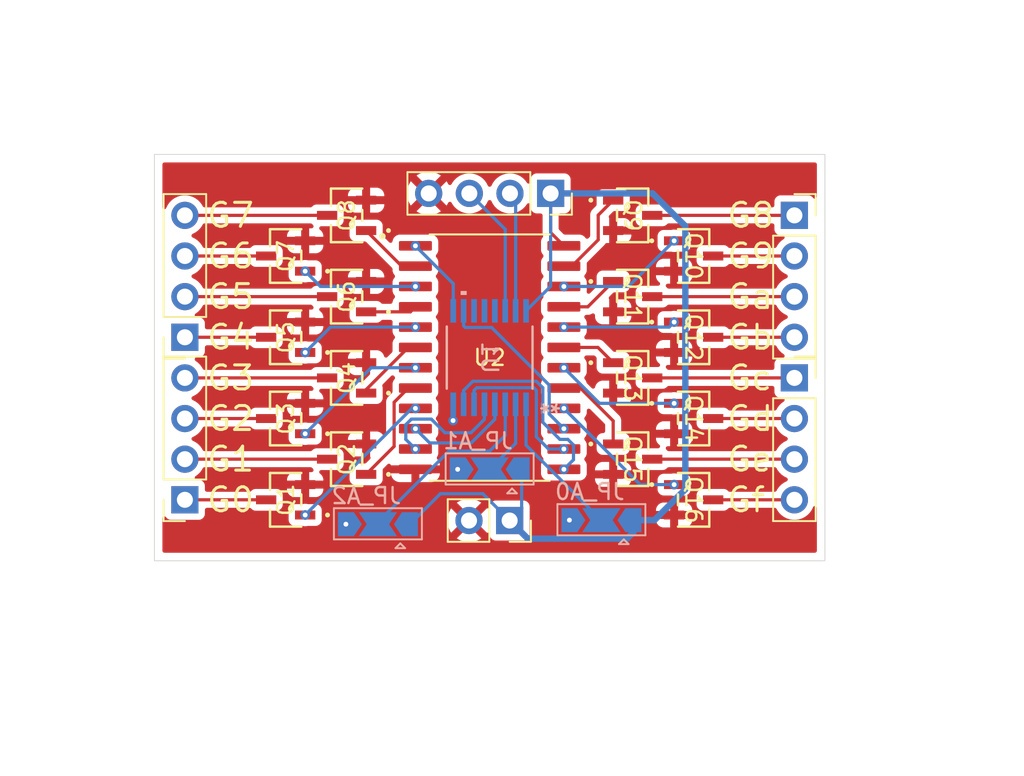
<source format=kicad_pcb>
(kicad_pcb (version 20241229) (generator "pcbnew") (generator_version "9.0")
  (layers (0 "F.Cu" signal) (4 "In1.Cu" signal) (6 "In2.Cu" signal) (2 "B.Cu" signal) (13 "F.Paste" user) (15 "B.Paste" user) (5 "F.SilkS" user "F.Silkscreen") (7 "B.SilkS" user "B.Silkscreen") (1 "F.Mask" user) (3 "B.Mask" user) (25 "Edge.Cuts" user))
  (net 0 "")
  (net 1 "/I2C_SDA")
  (net 2 "GND")
  (net 3 "VCC")
  (net 4 "/I2C_SCL")
  (net 5 "Net-(J2-Pin_3)")
  (net 6 "Net-(J2-Pin_4)")
  (net 7 "Net-(J2-Pin_1)")
  (net 8 "Net-(J2-Pin_2)")
  (net 9 "Net-(J3-Pin_3)")
  (net 10 "Net-(J3-Pin_2)")
  (net 11 "Net-(J3-Pin_1)")
  (net 12 "Net-(J3-Pin_4)")
  (net 13 "Net-(J4-Pin_4)")
  (net 14 "Net-(J4-Pin_2)")
  (net 15 "Net-(J4-Pin_1)")
  (net 16 "Net-(J4-Pin_3)")
  (net 17 "Net-(J5-Pin_1)")
  (net 18 "Net-(J5-Pin_3)")
  (net 19 "Net-(J5-Pin_2)")
  (net 20 "Net-(J5-Pin_4)")
  (net 21 "/OUT_0")
  (net 22 "/OUT_1")
  (net 23 "/OUT_2")
  (net 24 "/OUT_3")
  (net 25 "/OUT_4")
  (net 26 "/OUT_5")
  (net 27 "/OUT_6")
  (net 28 "/OUT_7")
  (net 29 "Net-(Q9-G)")
  (net 30 "Net-(Q10-G)")
  (net 31 "Net-(Q11-G)")
  (net 32 "Net-(Q12-G)")
  (net 33 "Net-(Q13-G)")
  (net 34 "Net-(Q14-G)")
  (net 35 "Net-(Q15-G)")
  (net 36 "Net-(Q16-G)")
  (net 37 "/A0")
  (net 38 "/A2")
  (net 41 "Net-(U1-P1)")
  (net 43 "Net-(U1-P0)")
  (net 44 "/A1")
  (net 45 "Net-(U1-P4)")
  (net 46 "Net-(U1-P3)")
  (net 47 "Net-(U1-P2)")
  (net 48 "Net-(U1-P5)")
  (footprint "footprints:SC59_DIO" (layer "F.Cu") (at 126.9492 123.19 90)
    (property "Reference" "Q1" (at 0 0 90) (layer "F.SilkS"))
    (property "Value" "CSD13380F3" (hide yes))
    (pad "1" smd rect (at -0.950001 1.2192 90) (size 0.5588 1.27) (layers "F.Cu" "F.Mask" "F.Paste") (net 21 "/OUT_0"))
    (pad "2" smd rect (at 0.950001 1.2192 90) (size 0.5588 1.27) (layers "F.Cu" "F.Mask" "F.Paste") (net 2 "GND"))
    (pad "3" smd rect (at 0 -1.2192 90) (size 0.5588 1.27) (layers "F.Cu" "F.Mask" "F.Paste") (net 7 "Net-(J2-Pin_1)"))
  )
  (footprint "footprints:SC59_DIO" (layer "F.Cu") (at 152.4508 113.03 -90)
    (property "Reference" "Q12" (at 0 0 270) (layer "F.SilkS"))
    (property "Value" "CSD13380F3" (hide yes))
    (pad "1" smd rect (at -0.950001 1.2192 270) (size 0.5588 1.27) (layers "F.Cu" "F.Mask" "F.Paste") (net 32 "Net-(Q12-G)"))
    (pad "2" smd rect (at 0.950001 1.2192 270) (size 0.5588 1.27) (layers "F.Cu" "F.Mask" "F.Paste") (net 2 "GND"))
    (pad "3" smd rect (at 0 -1.2192 270) (size 0.5588 1.27) (layers "F.Cu" "F.Mask" "F.Paste") (net 13 "Net-(J4-Pin_4)"))
  )
  (footprint "footprints:SC59_DIO" (layer "F.Cu") (at 148.6408 110.49 -90)
    (property "Reference" "Q11" (at 0 0 270) (layer "F.SilkS"))
    (property "Value" "CSD13380F3" (hide yes))
    (pad "1" smd rect (at -0.950001 1.2192 270) (size 0.5588 1.27) (layers "F.Cu" "F.Mask" "F.Paste") (net 31 "Net-(Q11-G)"))
    (pad "2" smd rect (at 0.950001 1.2192 270) (size 0.5588 1.27) (layers "F.Cu" "F.Mask" "F.Paste") (net 2 "GND"))
    (pad "3" smd rect (at 0 -1.2192 270) (size 0.5588 1.27) (layers "F.Cu" "F.Mask" "F.Paste") (net 16 "Net-(J4-Pin_3)"))
  )
  (footprint "footprints:SC59_DIO" (layer "F.Cu") (at 130.7592 110.49 90)
    (property "Reference" "Q6" (at 0 0 90) (layer "F.SilkS"))
    (property "Value" "CSD13380F3" (hide yes))
    (pad "1" smd rect (at -0.950001 1.2192 90) (size 0.5588 1.27) (layers "F.Cu" "F.Mask" "F.Paste") (net 26 "/OUT_5"))
    (pad "2" smd rect (at 0.950001 1.2192 90) (size 0.5588 1.27) (layers "F.Cu" "F.Mask" "F.Paste") (net 2 "GND"))
    (pad "3" smd rect (at 0 -1.2192 90) (size 0.5588 1.27) (layers "F.Cu" "F.Mask" "F.Paste") (net 10 "Net-(J3-Pin_2)"))
  )
  (footprint "footprints:SC59_DIO" (layer "F.Cu") (at 126.9492 107.95 90)
    (property "Reference" "Q7" (at 0 0 90) (layer "F.SilkS"))
    (property "Value" "CSD13380F3" (hide yes))
    (pad "1" smd rect (at -0.950001 1.2192 90) (size 0.5588 1.27) (layers "F.Cu" "F.Mask" "F.Paste") (net 27 "/OUT_6"))
    (pad "2" smd rect (at 0.950001 1.2192 90) (size 0.5588 1.27) (layers "F.Cu" "F.Mask" "F.Paste") (net 2 "GND"))
    (pad "3" smd rect (at 0 -1.2192 90) (size 0.5588 1.27) (layers "F.Cu" "F.Mask" "F.Paste") (net 9 "Net-(J3-Pin_3)"))
  )
  (footprint "footprints:SC59_DIO" (layer "F.Cu") (at 148.6408 120.65 -90)
    (property "Reference" "Q15" (at 0 0 270) (layer "F.SilkS"))
    (property "Value" "CSD13380F3" (hide yes))
    (pad "1" smd rect (at -0.950001 1.2192 270) (size 0.5588 1.27) (layers "F.Cu" "F.Mask" "F.Paste") (net 35 "Net-(Q15-G)"))
    (pad "2" smd rect (at 0.950001 1.2192 270) (size 0.5588 1.27) (layers "F.Cu" "F.Mask" "F.Paste") (net 2 "GND"))
    (pad "3" smd rect (at 0 -1.2192 270) (size 0.5588 1.27) (layers "F.Cu" "F.Mask" "F.Paste") (net 18 "Net-(J5-Pin_3)"))
  )
  (footprint "footprints:SC59_DIO" (layer "F.Cu") (at 130.7592 105.41 90)
    (property "Reference" "Q8" (at 0 0 90) (layer "F.SilkS"))
    (property "Value" "CSD13380F3" (hide yes))
    (pad "1" smd rect (at -0.950001 1.2192 90) (size 0.5588 1.27) (layers "F.Cu" "F.Mask" "F.Paste") (net 28 "/OUT_7"))
    (pad "2" smd rect (at 0.950001 1.2192 90) (size 0.5588 1.27) (layers "F.Cu" "F.Mask" "F.Paste") (net 2 "GND"))
    (pad "3" smd rect (at 0 -1.2192 90) (size 0.5588 1.27) (layers "F.Cu" "F.Mask" "F.Paste") (net 12 "Net-(J3-Pin_4)"))
  )
  (footprint "footprints:SC59_DIO" (layer "F.Cu") (at 130.7592 115.57 90)
    (property "Reference" "Q4" (at 0 0 90) (layer "F.SilkS"))
    (property "Value" "CSD13380F3" (hide yes))
    (pad "1" smd rect (at -0.950001 1.2192 90) (size 0.5588 1.27) (layers "F.Cu" "F.Mask" "F.Paste") (net 24 "/OUT_3"))
    (pad "2" smd rect (at 0.950001 1.2192 90) (size 0.5588 1.27) (layers "F.Cu" "F.Mask" "F.Paste") (net 2 "GND"))
    (pad "3" smd rect (at 0 -1.2192 90) (size 0.5588 1.27) (layers "F.Cu" "F.Mask" "F.Paste") (net 6 "Net-(J2-Pin_4)"))
  )
  (footprint "Connector_PinSocket_2.54mm:PinSocket_1x02_P2.54mm_Vertical" (layer "F.Cu") (at 140.95 124.485 -90)
    (property "Reference" "J6" (hide yes))
    (property "Value" "Conn_01x02" (hide yes))
    (pad "1" thru_hole rect (at 0 0 270) (size 1.7 1.7) (drill 1) (layers "*.Cu" "*.Mask") (net 3 "VCC"))
    (pad "2" thru_hole circle (at 0 2.54 270) (size 1.7 1.7) (drill 1) (layers "*.Cu" "*.Mask") (net 2 "GND"))
  )
  (footprint "footprints:SC59_DIO" (layer "F.Cu") (at 152.4508 123.19 -90)
    (property "Reference" "Q16" (at 0 0 270) (layer "F.SilkS"))
    (property "Value" "CSD13380F3" (hide yes))
    (pad "1" smd rect (at -0.950001 1.2192 270) (size 0.5588 1.27) (layers "F.Cu" "F.Mask" "F.Paste") (net 36 "Net-(Q16-G)"))
    (pad "2" smd rect (at 0.950001 1.2192 270) (size 0.5588 1.27) (layers "F.Cu" "F.Mask" "F.Paste") (net 2 "GND"))
    (pad "3" smd rect (at 0 -1.2192 270) (size 0.5588 1.27) (layers "F.Cu" "F.Mask" "F.Paste") (net 20 "Net-(J5-Pin_4)"))
  )
  (footprint "footprints:SOIC127P1030X265-24N" (layer "F.Cu") (at 139.7 114.3)
    (property "Reference" "U2" (at 0 0 0) (layer "F.SilkS"))
    (property "Value" "CD74HC4067M96" (hide yes))
    (pad "1" smd roundrect (at -4.64 -6.985) (size 2.06 0.6) (layers "F.Cu" "F.Mask" "F.Paste") (roundrect_rratio 0.125) (net 45 "Net-(U1-P4)"))
    (pad "2" smd roundrect (at -4.64 -5.715) (size 2.06 0.6) (layers "F.Cu" "F.Mask" "F.Paste") (roundrect_rratio 0.125) (net 28 "/OUT_7"))
    (pad "3" smd roundrect (at -4.64 -4.445) (size 2.06 0.6) (layers "F.Cu" "F.Mask" "F.Paste") (roundrect_rratio 0.125) (net 27 "/OUT_6"))
    (pad "4" smd roundrect (at -4.64 -3.175) (size 2.06 0.6) (layers "F.Cu" "F.Mask" "F.Paste") (roundrect_rratio 0.125) (net 26 "/OUT_5"))
    (pad "5" smd roundrect (at -4.64 -1.905) (size 2.06 0.6) (layers "F.Cu" "F.Mask" "F.Paste") (roundrect_rratio 0.125) (net 25 "/OUT_4"))
    (pad "6" smd roundrect (at -4.64 -0.635) (size 2.06 0.6) (layers "F.Cu" "F.Mask" "F.Paste") (roundrect_rratio 0.125) (net 24 "/OUT_3"))
    (pad "7" smd roundrect (at -4.64 0.635) (size 2.06 0.6) (layers "F.Cu" "F.Mask" "F.Paste") (roundrect_rratio 0.125) (net 23 "/OUT_2"))
    (pad "8" smd roundrect (at -4.64 1.905) (size 2.06 0.6) (layers "F.Cu" "F.Mask" "F.Paste") (roundrect_rratio 0.125) (net 22 "/OUT_1"))
    (pad "9" smd roundrect (at -4.64 3.175) (size 2.06 0.6) (layers "F.Cu" "F.Mask" "F.Paste") (roundrect_rratio 0.125) (net 21 "/OUT_0"))
    (pad "10" smd roundrect (at -4.64 4.445) (size 2.06 0.6) (layers "F.Cu" "F.Mask" "F.Paste") (roundrect_rratio 0.125) (net 43 "Net-(U1-P0)"))
    (pad "11" smd roundrect (at -4.64 5.715) (size 2.06 0.6) (layers "F.Cu" "F.Mask" "F.Paste") (roundrect_rratio 0.125) (net 41 "Net-(U1-P1)"))
    (pad "12" smd roundrect (at -4.64 6.985) (size 2.06 0.6) (layers "F.Cu" "F.Mask" "F.Paste") (roundrect_rratio 0.125) (net 2 "GND"))
    (pad "13" smd roundrect (at 4.64 6.985) (size 2.06 0.6) (layers "F.Cu" "F.Mask" "F.Paste") (roundrect_rratio 0.125) (net 46 "Net-(U1-P3)"))
    (pad "14" smd roundrect (at 4.64 5.715) (size 2.06 0.6) (layers "F.Cu" "F.Mask" "F.Paste") (roundrect_rratio 0.125) (net 47 "Net-(U1-P2)"))
    (pad "15" smd roundrect (at 4.64 4.445) (size 2.06 0.6) (layers "F.Cu" "F.Mask" "F.Paste") (roundrect_rratio 0.125) (net 48 "Net-(U1-P5)"))
    (pad "16" smd roundrect (at 4.64 3.175) (size 2.06 0.6) (layers "F.Cu" "F.Mask" "F.Paste") (roundrect_rratio 0.125) (net 36 "Net-(Q16-G)"))
    (pad "17" smd roundrect (at 4.64 1.905) (size 2.06 0.6) (layers "F.Cu" "F.Mask" "F.Paste") (roundrect_rratio 0.125) (net 35 "Net-(Q15-G)"))
    (pad "18" smd roundrect (at 4.64 0.635) (size 2.06 0.6) (layers "F.Cu" "F.Mask" "F.Paste") (roundrect_rratio 0.125) (net 34 "Net-(Q14-G)"))
    (pad "19" smd roundrect (at 4.64 -0.635) (size 2.06 0.6) (layers "F.Cu" "F.Mask" "F.Paste") (roundrect_rratio 0.125) (net 33 "Net-(Q13-G)"))
    (pad "20" smd roundrect (at 4.64 -1.905) (size 2.06 0.6) (layers "F.Cu" "F.Mask" "F.Paste") (roundrect_rratio 0.125) (net 32 "Net-(Q12-G)"))
    (pad "21" smd roundrect (at 4.64 -3.175) (size 2.06 0.6) (layers "F.Cu" "F.Mask" "F.Paste") (roundrect_rratio 0.125) (net 31 "Net-(Q11-G)"))
    (pad "22" smd roundrect (at 4.64 -4.445) (size 2.06 0.6) (layers "F.Cu" "F.Mask" "F.Paste") (roundrect_rratio 0.125) (net 30 "Net-(Q10-G)"))
    (pad "23" smd roundrect (at 4.64 -5.715) (size 2.06 0.6) (layers "F.Cu" "F.Mask" "F.Paste") (roundrect_rratio 0.125) (net 29 "Net-(Q9-G)"))
    (pad "24" smd roundrect (at 4.64 -6.985) (size 2.06 0.6) (layers "F.Cu" "F.Mask" "F.Paste") (roundrect_rratio 0.125) (net 3 "VCC"))
  )
  (footprint "footprints:SC59_DIO" (layer "F.Cu") (at 130.7592 120.65 90)
    (property "Reference" "Q2" (at 0 0 90) (layer "F.SilkS"))
    (property "Value" "CSD13380F3" (hide yes))
    (pad "1" smd rect (at -0.950001 1.2192 90) (size 0.5588 1.27) (layers "F.Cu" "F.Mask" "F.Paste") (net 22 "/OUT_1"))
    (pad "2" smd rect (at 0.950001 1.2192 90) (size 0.5588 1.27) (layers "F.Cu" "F.Mask" "F.Paste") (net 2 "GND"))
    (pad "3" smd rect (at 0 -1.2192 90) (size 0.5588 1.27) (layers "F.Cu" "F.Mask" "F.Paste") (net 8 "Net-(J2-Pin_2)"))
  )
  (footprint "footprints:SC59_DIO" (layer "F.Cu") (at 152.4508 118.11 -90)
    (property "Reference" "Q14" (at 0 0 270) (layer "F.SilkS"))
    (property "Value" "CSD13380F3" (hide yes))
    (pad "1" smd rect (at -0.950001 1.2192 270) (size 0.5588 1.27) (layers "F.Cu" "F.Mask" "F.Paste") (net 34 "Net-(Q14-G)"))
    (pad "2" smd rect (at 0.950001 1.2192 270) (size 0.5588 1.27) (layers "F.Cu" "F.Mask" "F.Paste") (net 2 "GND"))
    (pad "3" smd rect (at 0 -1.2192 270) (size 0.5588 1.27) (layers "F.Cu" "F.Mask" "F.Paste") (net 19 "Net-(J5-Pin_2)"))
  )
  (footprint "footprints:SC59_DIO" (layer "F.Cu") (at 148.6408 105.41 -90)
    (property "Reference" "Q9" (at 0 0 270) (layer "F.SilkS"))
    (property "Value" "CSD13380F3" (hide yes))
    (pad "1" smd rect (at -0.950001 1.2192 270) (size 0.5588 1.27) (layers "F.Cu" "F.Mask" "F.Paste") (net 29 "Net-(Q9-G)"))
    (pad "2" smd rect (at 0.950001 1.2192 270) (size 0.5588 1.27) (layers "F.Cu" "F.Mask" "F.Paste") (net 2 "GND"))
    (pad "3" smd rect (at 0 -1.2192 270) (size 0.5588 1.27) (layers "F.Cu" "F.Mask" "F.Paste") (net 15 "Net-(J4-Pin_1)"))
  )
  (footprint "Connector_PinSocket_2.54mm:PinSocket_1x04_P2.54mm_Vertical" (layer "F.Cu") (at 120.65 123.19 180)
    (property "Reference" "J2" (hide yes))
    (property "Value" "Conn_01x04" (hide yes))
    (pad "1" thru_hole rect (at 0 0 180) (size 1.7 1.7) (drill 1) (layers "*.Cu" "*.Mask") (net 7 "Net-(J2-Pin_1)"))
    (pad "2" thru_hole circle (at 0 2.54 180) (size 1.7 1.7) (drill 1) (layers "*.Cu" "*.Mask") (net 8 "Net-(J2-Pin_2)"))
    (pad "3" thru_hole circle (at 0 5.08 180) (size 1.7 1.7) (drill 1) (layers "*.Cu" "*.Mask") (net 5 "Net-(J2-Pin_3)"))
    (pad "4" thru_hole circle (at 0 7.62 180) (size 1.7 1.7) (drill 1) (layers "*.Cu" "*.Mask") (net 6 "Net-(J2-Pin_4)"))
  )
  (footprint "Connector_PinSocket_2.54mm:PinSocket_1x04_P2.54mm_Vertical" (layer "F.Cu") (at 120.65 113.03 180)
    (property "Reference" "J3" (hide yes))
    (property "Value" "Conn_01x04" (hide yes))
    (pad "1" thru_hole rect (at 0 0 180) (size 1.7 1.7) (drill 1) (layers "*.Cu" "*.Mask") (net 11 "Net-(J3-Pin_1)"))
    (pad "2" thru_hole circle (at 0 2.54 180) (size 1.7 1.7) (drill 1) (layers "*.Cu" "*.Mask") (net 10 "Net-(J3-Pin_2)"))
    (pad "3" thru_hole circle (at 0 5.08 180) (size 1.7 1.7) (drill 1) (layers "*.Cu" "*.Mask") (net 9 "Net-(J3-Pin_3)"))
    (pad "4" thru_hole circle (at 0 7.62 180) (size 1.7 1.7) (drill 1) (layers "*.Cu" "*.Mask") (net 12 "Net-(J3-Pin_4)"))
  )
  (footprint "Connector_PinSocket_2.54mm:PinSocket_1x04_P2.54mm_Vertical" (layer "F.Cu") (at 158.75 115.57)
    (property "Reference" "J5" (hide yes))
    (property "Value" "Conn_01x04" (hide yes))
    (pad "1" thru_hole rect (at 0 0) (size 1.7 1.7) (drill 1) (layers "*.Cu" "*.Mask") (net 17 "Net-(J5-Pin_1)"))
    (pad "2" thru_hole circle (at 0 2.54) (size 1.7 1.7) (drill 1) (layers "*.Cu" "*.Mask") (net 19 "Net-(J5-Pin_2)"))
    (pad "3" thru_hole circle (at 0 5.08) (size 1.7 1.7) (drill 1) (layers "*.Cu" "*.Mask") (net 18 "Net-(J5-Pin_3)"))
    (pad "4" thru_hole circle (at 0 7.62) (size 1.7 1.7) (drill 1) (layers "*.Cu" "*.Mask") (net 20 "Net-(J5-Pin_4)"))
  )
  (footprint "footprints:SC59_DIO" (layer "F.Cu") (at 126.9492 118.11 90)
    (property "Reference" "Q3" (at 0 0 90) (layer "F.SilkS"))
    (property "Value" "CSD13380F3" (hide yes))
    (pad "1" smd rect (at -0.950001 1.2192 90) (size 0.5588 1.27) (layers "F.Cu" "F.Mask" "F.Paste") (net 23 "/OUT_2"))
    (pad "2" smd rect (at 0.950001 1.2192 90) (size 0.5588 1.27) (layers "F.Cu" "F.Mask" "F.Paste") (net 2 "GND"))
    (pad "3" smd rect (at 0 -1.2192 90) (size 0.5588 1.27) (layers "F.Cu" "F.Mask" "F.Paste") (net 5 "Net-(J2-Pin_3)"))
  )
  (footprint "footprints:SC59_DIO" (layer "F.Cu") (at 126.9492 113.03 90)
    (property "Reference" "Q5" (at 0 0 90) (layer "F.SilkS"))
    (property "Value" "CSD13380F3" (hide yes))
    (pad "1" smd rect (at -0.950001 1.2192 90) (size 0.5588 1.27) (layers "F.Cu" "F.Mask" "F.Paste") (net 25 "/OUT_4"))
    (pad "2" smd rect (at 0.950001 1.2192 90) (size 0.5588 1.27) (layers "F.Cu" "F.Mask" "F.Paste") (net 2 "GND"))
    (pad "3" smd rect (at 0 -1.2192 90) (size 0.5588 1.27) (layers "F.Cu" "F.Mask" "F.Paste") (net 11 "Net-(J3-Pin_1)"))
  )
  (footprint "Connector_PinSocket_2.54mm:PinSocket_1x04_P2.54mm_Vertical" (layer "F.Cu") (at 143.51 104.038 -90)
    (property "Reference" "J1" (hide yes))
    (property "Value" "Conn_01x04" (hide yes))
    (pad "1" thru_hole rect (at 0 0 270) (size 1.7 1.7) (drill 1) (layers "*.Cu" "*.Mask") (net 3 "VCC"))
    (pad "2" thru_hole circle (at 0 2.54 270) (size 1.7 1.7) (drill 1) (layers "*.Cu" "*.Mask") (net 1 "/I2C_SDA"))
    (pad "3" thru_hole circle (at 0 5.08 270) (size 1.7 1.7) (drill 1) (layers "*.Cu" "*.Mask") (net 4 "/I2C_SCL"))
    (pad "4" thru_hole circle (at 0 7.62 270) (size 1.7 1.7) (drill 1) (layers "*.Cu" "*.Mask") (net 2 "GND"))
  )
  (footprint "footprints:SC59_DIO" (layer "F.Cu") (at 152.4508 107.95 -90)
    (property "Reference" "Q10" (at 0 0 270) (layer "F.SilkS"))
    (property "Value" "CSD13380F3" (hide yes))
    (pad "1" smd rect (at -0.950001 1.2192 270) (size 0.5588 1.27) (layers "F.Cu" "F.Mask" "F.Paste") (net 30 "Net-(Q10-G)"))
    (pad "2" smd rect (at 0.950001 1.2192 270) (size 0.5588 1.27) (layers "F.Cu" "F.Mask" "F.Paste") (net 2 "GND"))
    (pad "3" smd rect (at 0 -1.2192 270) (size 0.5588 1.27) (layers "F.Cu" "F.Mask" "F.Paste") (net 14 "Net-(J4-Pin_2)"))
  )
  (footprint "Connector_PinSocket_2.54mm:PinSocket_1x04_P2.54mm_Vertical" (layer "F.Cu") (at 158.75 105.41)
    (property "Reference" "J4" (hide yes))
    (property "Value" "Conn_01x04" (hide yes))
    (pad "1" thru_hole rect (at 0 0) (size 1.7 1.7) (drill 1) (layers "*.Cu" "*.Mask") (net 15 "Net-(J4-Pin_1)"))
    (pad "2" thru_hole circle (at 0 2.54) (size 1.7 1.7) (drill 1) (layers "*.Cu" "*.Mask") (net 14 "Net-(J4-Pin_2)"))
    (pad "3" thru_hole circle (at 0 5.08) (size 1.7 1.7) (drill 1) (layers "*.Cu" "*.Mask") (net 16 "Net-(J4-Pin_3)"))
    (pad "4" thru_hole circle (at 0 7.62) (size 1.7 1.7) (drill 1) (layers "*.Cu" "*.Mask") (net 13 "Net-(J4-Pin_4)"))
  )
  (footprint "footprints:SC59_DIO" (layer "F.Cu") (at 148.6408 115.57 -90)
    (property "Reference" "Q13" (at 0 0 270) (layer "F.SilkS"))
    (property "Value" "CSD13380F3" (hide yes))
    (pad "1" smd rect (at -0.950001 1.2192 270) (size 0.5588 1.27) (layers "F.Cu" "F.Mask" "F.Paste") (net 33 "Net-(Q13-G)"))
    (pad "2" smd rect (at 0.950001 1.2192 270) (size 0.5588 1.27) (layers "F.Cu" "F.Mask" "F.Paste") (net 2 "GND"))
    (pad "3" smd rect (at 0 -1.2192 270) (size 0.5588 1.27) (layers "F.Cu" "F.Mask" "F.Paste") (net 17 "Net-(J5-Pin_1)"))
  )
  (footprint "footprints:PW16_TEX" (layer "B.Cu") (at 139.7 114.3 90)
    (property "Reference" "U1" (at 0 0 270) (layer "B.SilkS") (effects (justify mirror)))
    (property "Value" "TCA9554DWT" (hide yes))
    (fp_text user "*" (at -3.175 3.773601 270) (layer "B.SilkS") (effects (justify mirror)))
    (fp_text user "*" (at -3.175 3.773601 90) (layer "B.SilkS") (effects (justify mirror)))
    (pad "1" smd rect (at -2.921 2.274999 90) (size 1.4732 0.3556) (layers "B.Cu" "B.Mask" "B.Paste") (net 37 "/A0"))
    (pad "2" smd rect (at -2.921 1.625001 90) (size 1.4732 0.3556) (layers "B.Cu" "B.Mask" "B.Paste") (net 44 "/A1"))
    (pad "3" smd rect (at -2.921 0.974999 90) (size 1.4732 0.3556) (layers "B.Cu" "B.Mask" "B.Paste") (net 38 "/A2"))
    (pad "4" smd rect (at -2.921 0.325001 90) (size 1.4732 0.3556) (layers "B.Cu" "B.Mask" "B.Paste") (net 43 "Net-(U1-P0)"))
    (pad "5" smd rect (at -2.921 -0.324998 90) (size 1.4732 0.3556) (layers "B.Cu" "B.Mask" "B.Paste") (net 41 "Net-(U1-P1)"))
    (pad "6" smd rect (at -2.921 -0.974999 90) (size 1.4732 0.3556) (layers "B.Cu" "B.Mask" "B.Paste") (net 47 "Net-(U1-P2)"))
    (pad "7" smd rect (at -2.921 -1.624998 90) (size 1.4732 0.3556) (layers "B.Cu" "B.Mask" "B.Paste") (net 46 "Net-(U1-P3)"))
    (pad "8" smd rect (at -2.921 -2.274999 90) (size 1.4732 0.3556) (layers "B.Cu" "B.Mask" "B.Paste") (net 2 "GND"))
    (pad "9" smd rect (at 2.921 -2.274999 90) (size 1.4732 0.3556) (layers "B.Cu" "B.Mask" "B.Paste") (net 45 "Net-(U1-P4)"))
    (pad "10" smd rect (at 2.921 -1.625001 90) (size 1.4732 0.3556) (layers "B.Cu" "B.Mask" "B.Paste") (net 48 "Net-(U1-P5)"))
    (pad "11" smd rect (at 2.921 -0.974999 90) (size 1.4732 0.3556) (layers "B.Cu" "B.Mask" "B.Paste"))
    (pad "12" smd rect (at 2.921 -0.325001 90) (size 1.4732 0.3556) (layers "B.Cu" "B.Mask" "B.Paste"))
    (pad "13" smd rect (at 2.921 0.324998 90) (size 1.4732 0.3556) (layers "B.Cu" "B.Mask" "B.Paste"))
    (pad "14" smd rect (at 2.921 0.974999 90) (size 1.4732 0.3556) (layers "B.Cu" "B.Mask" "B.Paste") (net 4 "/I2C_SCL"))
    (pad "15" smd rect (at 2.921 1.624998 90) (size 1.4732 0.3556) (layers "B.Cu" "B.Mask" "B.Paste") (net 1 "/I2C_SDA"))
    (pad "16" smd rect (at 2.921 2.274999 90) (size 1.4732 0.3556) (layers "B.Cu" "B.Mask" "B.Paste") (net 3 "VCC"))
  )
  (footprint "Jumper:SolderJumper-3_P2.0mm_Open_TrianglePad1.0x1.5mm" (layer "B.Cu") (at 146.685 124.46 180)
    (property "Reference" "JP_A0" (at 0.725 1.775 0) (layer "B.SilkS") (effects (justify mirror)))
    (property "Value" "SolderJumper_3_Open" (hide yes))
    (pad "1" smd custom (at -2 0 180) (size 0.3 0.3) (layers "B.Cu" "B.Mask") (net 3 "VCC") (options (clearance outline) (anchor rect)) (primitives (gr_poly (pts (xy 1 0) (xy 0.5 -0.75) (xy -0.5 -0.75) (xy -0.5 0.75) (xy 0.5 0.75)) (width 0) (fill yes))))
    (pad "2" smd custom (at 0 0 180) (size 0.3 0.3) (layers "B.Cu") (net 37 "/A0") (options (clearance outline) (anchor rect)) (primitives (gr_poly (pts (xy 0.7 0) (xy 1.2 -0.75) (xy -1.2 -0.75) (xy -0.7 0) (xy -1.2 0.75) (xy 1.2 0.75)) (width 0) (fill yes))))
    (pad "3" smd custom (at 2 0) (size 0.3 0.3) (layers "B.Cu" "B.Mask") (net 2 "GND") (options (clearance outline) (anchor rect)) (primitives (gr_poly (pts (xy 1 0) (xy 0.5 -0.75) (xy -0.5 -0.75) (xy -0.5 0.75) (xy 0.5 0.75)) (width 0) (fill yes))))
  )
  (footprint "Jumper:SolderJumper-3_P2.0mm_Open_TrianglePad1.0x1.5mm" (layer "B.Cu") (at 139.7 121.285 180)
    (property "Reference" "JP_A1" (at 0.725 1.775 0) (layer "B.SilkS") (effects (justify mirror)))
    (property "Value" "SolderJumper_3_Open" (hide yes))
    (pad "1" smd custom (at -2 0 180) (size 0.3 0.3) (layers "B.Cu" "B.Mask") (net 3 "VCC") (options (clearance outline) (anchor rect)) (primitives (gr_poly (pts (xy 1 0) (xy 0.5 -0.75) (xy -0.5 -0.75) (xy -0.5 0.75) (xy 0.5 0.75)) (width 0) (fill yes))))
    (pad "2" smd custom (at 0 0 180) (size 0.3 0.3) (layers "B.Cu") (net 44 "/A1") (options (clearance outline) (anchor rect)) (primitives (gr_poly (pts (xy 0.7 0) (xy 1.2 -0.75) (xy -1.2 -0.75) (xy -0.7 0) (xy -1.2 0.75) (xy 1.2 0.75)) (width 0) (fill yes))))
    (pad "3" smd custom (at 2 0) (size 0.3 0.3) (layers "B.Cu" "B.Mask") (net 2 "GND") (options (clearance outline) (anchor rect)) (primitives (gr_poly (pts (xy 1 0) (xy 0.5 -0.75) (xy -0.5 -0.75) (xy -0.5 0.75) (xy 0.5 0.75)) (width 0) (fill yes))))
  )
  (footprint "Jumper:SolderJumper-3_P2.0mm_Open_TrianglePad1.0x1.5mm" (layer "B.Cu") (at 132.715 124.714 180)
    (property "Reference" "JP_A2" (at 0.725 1.775 0) (layer "B.SilkS") (effects (justify mirror)))
    (property "Value" "SolderJumper_3_Open" (hide yes))
    (pad "1" smd custom (at -2 0 180) (size 0.3 0.3) (layers "B.Cu" "B.Mask") (net 3 "VCC") (options (clearance outline) (anchor rect)) (primitives (gr_poly (pts (xy 1 0) (xy 0.5 -0.75) (xy -0.5 -0.75) (xy -0.5 0.75) (xy 0.5 0.75)) (width 0) (fill yes))))
    (pad "2" smd custom (at 0 0 180) (size 0.3 0.3) (layers "B.Cu") (net 38 "/A2") (options (clearance outline) (anchor rect)) (primitives (gr_poly (pts (xy 0.7 0) (xy 1.2 -0.75) (xy -1.2 -0.75) (xy -0.7 0) (xy -1.2 0.75) (xy 1.2 0.75)) (width 0) (fill yes))))
    (pad "3" smd custom (at 2 0) (size 0.3 0.3) (layers "B.Cu" "B.Mask") (net 2 "GND") (options (clearance outline) (anchor rect)) (primitives (gr_poly (pts (xy 1 0) (xy 0.5 -0.75) (xy -0.5 -0.75) (xy -0.5 0.75) (xy 0.5 0.75)) (width 0) (fill yes))))
  )
  (gr_rect (start 118.745 101.6) (end 160.655 127) (stroke (width 0.05)) (fill no) (layer "Edge.Cuts"))
  (gr_text "Ge" (at 154.432 120.65 0) (layer "F.SilkS") (effects (font (size 1.5 1.5) (thickness 0.1875)) (justify left)))
  (gr_text "G8" (at 154.432 105.41 0) (layer "F.SilkS") (effects (font (size 1.5 1.5) (thickness 0.1875)) (justify left)))
  (gr_text "Gd" (at 154.432 118.11 0) (layer "F.SilkS") (effects (font (size 1.5 1.5) (thickness 0.1875)) (justify left)))
  (gr_text "Gf" (at 154.432 123.19 0) (layer "F.SilkS") (effects (font (size 1.5 1.5) (thickness 0.1875)) (justify left)))
  (gr_text "G2" (at 121.92 118.11 0) (layer "F.SilkS") (effects (font (size 1.5 1.5) (thickness 0.1875)) (justify left)))
  (gr_text "Ga" (at 154.432 110.49 0) (layer "F.SilkS") (effects (font (size 1.5 1.5) (thickness 0.1875)) (justify left)))
  (gr_text "G7" (at 121.92 105.41 0) (layer "F.SilkS") (effects (font (size 1.5 1.5) (thickness 0.1875)) (justify left)))
  (gr_text "G6" (at 121.92 107.95 0) (layer "F.SilkS") (effects (font (size 1.5 1.5) (thickness 0.1875)) (justify left)))
  (gr_text "G9" (at 154.432 107.95 0) (layer "F.SilkS") (effects (font (size 1.5 1.5) (thickness 0.1875)) (justify left)))
  (gr_text "G4" (at 121.92 113.03 0) (layer "F.SilkS") (effects (font (size 1.5 1.5) (thickness 0.1875)) (justify left)))
  (gr_text "Gb" (at 154.432 113.03 0) (layer "F.SilkS") (effects (font (size 1.5 1.5) (thickness 0.1875)) (justify left)))
  (gr_text "G1" (at 121.92 120.65 0) (layer "F.SilkS") (effects (font (size 1.5 1.5) (thickness 0.1875)) (justify left)))
  (gr_text "G0" (at 121.92 123.19 0) (layer "F.SilkS") (effects (font (size 1.5 1.5) (thickness 0.1875)) (justify left)))
  (gr_text "G3" (at 121.92 115.57 0) (layer "F.SilkS") (effects (font (size 1.5 1.5) (thickness 0.1875)) (justify left)))
  (gr_text "Gc" (at 154.432 115.57 0) (layer "F.SilkS") (effects (font (size 1.5 1.5) (thickness 0.1875)) (justify left)))
  (gr_text "G5" (at 121.92 110.49 0) (layer "F.SilkS") (effects (font (size 1.5 1.5) (thickness 0.1875)) (justify left)))
  (segment (start 141.324998 104.392998) (end 140.97 104.038) (width 0.2) (layer "B.Cu") (net 1))
  (segment (start 141.324998 111.379) (end 141.324998 104.392998) (width 0.2) (layer "B.Cu") (net 1))
  (via (at 137.414 118.237) (size 0.6) (drill 0.3) (layers "F.Cu" "B.Cu") (net 2))
  (via (at 144.685 124.46) (size 0.6) (drill 0.3) (layers "F.Cu" "B.Cu") (net 2))
  (via (at 137.7 121.285) (size 0.6) (drill 0.3) (layers "F.Cu" "B.Cu") (net 2))
  (via (at 130.715 124.714) (size 0.6) (drill 0.3) (layers "F.Cu" "B.Cu") (net 2))
  (segment (start 137.414 117.232001) (end 137.425001 117.221) (width 0.2) (layer "B.Cu") (net 2))
  (segment (start 137.414 118.237) (end 137.414 117.232001) (width 0.2) (layer "B.Cu") (net 2))
  (segment (start 143.51 106.485) (end 144.34 107.315) (width 0.2) (layer "F.Cu") (net 3))
  (segment (start 143.51 104.038) (end 143.51 106.485) (width 0.2) (layer "F.Cu") (net 3))
  (segment (start 142.081 125.616) (end 148.284 125.616) (width 0.4) (layer "B.Cu") (net 3))
  (segment (start 140.95 124.485) (end 142.081 125.616) (width 0.4) (layer "B.Cu") (net 3))
  (segment (start 151.9326 122.530363) (end 150.002963 124.46) (width 0.4) (layer "B.Cu") (net 3))
  (segment (start 141.974999 111.379) (end 143.51 109.843999) (width 0.2) (layer "B.Cu") (net 3))
  (segment (start 141.7 123.735) (end 141.7 121.285) (width 0.2) (layer "B.Cu") (net 3))
  (segment (start 140.95 124.485) (end 139.274 122.809) (width 0.2) (layer "B.Cu") (net 3))
  (segment (start 143.51 104.038) (end 149.885 104.038) (width 0.4) (layer "B.Cu") (net 3))
  (segment (start 143.51 109.843999) (end 143.51 104.038) (width 0.2) (layer "B.Cu") (net 3))
  (segment (start 140.95 124.485) (end 141.7 123.735) (width 0.2) (layer "B.Cu") (net 3))
  (segment (start 149.885 104.038) (end 151.9326 106.0856) (width 0.4) (layer "B.Cu") (net 3))
  (segment (start 139.274 122.809) (end 136.62 122.809) (width 0.2) (layer "B.Cu") (net 3))
  (segment (start 148.685 125.215) (end 148.685 124.46) (width 0.4) (layer "B.Cu") (net 3))
  (segment (start 151.9326 106.0856) (end 151.9326 122.530363) (width 0.4) (layer "B.Cu") (net 3))
  (segment (start 150.002963 124.46) (end 148.685 124.46) (width 0.4) (layer "B.Cu") (net 3))
  (segment (start 136.62 122.809) (end 134.715 124.714) (width 0.2) (layer "B.Cu") (net 3))
  (segment (start 148.284 125.616) (end 148.685 125.215) (width 0.4) (layer "B.Cu") (net 3))
  (segment (start 140.674999 111.379) (end 140.674999 106.282999) (width 0.2) (layer "B.Cu") (net 4))
  (segment (start 140.674999 106.282999) (end 138.43 104.038) (width 0.2) (layer "B.Cu") (net 4))
  (segment (start 120.65 118.11) (end 125.73 118.11) (width 0.2) (layer "F.Cu") (net 5))
  (segment (start 120.65 115.57) (end 129.54 115.57) (width 0.2) (layer "F.Cu") (net 6))
  (segment (start 120.65 123.19) (end 125.73 123.19) (width 0.2) (layer "F.Cu") (net 7))
  (segment (start 120.65 120.65) (end 129.54 120.65) (width 0.2) (layer "F.Cu") (net 8))
  (segment (start 120.65 107.95) (end 125.73 107.95) (width 0.2) (layer "F.Cu") (net 9))
  (segment (start 120.65 110.49) (end 129.54 110.49) (width 0.2) (layer "F.Cu") (net 10))
  (segment (start 120.65 113.03) (end 125.73 113.03) (width 0.2) (layer "F.Cu") (net 11))
  (segment (start 120.65 105.41) (end 129.54 105.41) (width 0.2) (layer "F.Cu") (net 12))
  (segment (start 158.75 113.03) (end 153.67 113.03) (width 0.2) (layer "F.Cu") (net 13))
  (segment (start 158.75 107.95) (end 153.67 107.95) (width 0.2) (layer "F.Cu") (net 14))
  (segment (start 158.75 105.41) (end 149.86 105.41) (width 0.2) (layer "F.Cu") (net 15))
  (segment (start 158.75 110.49) (end 149.86 110.49) (width 0.2) (layer "F.Cu") (net 16))
  (segment (start 158.75 115.57) (end 149.86 115.57) (width 0.2) (layer "F.Cu") (net 17))
  (segment (start 158.75 120.65) (end 149.86 120.65) (width 0.2) (layer "F.Cu") (net 18))
  (segment (start 158.75 118.11) (end 153.67 118.11) (width 0.2) (layer "F.Cu") (net 19))
  (segment (start 153.67 123.19) (end 158.75 123.19) (width 0.2) (layer "F.Cu") (net 20))
  (via (at 135.06 117.475) (size 0.6) (drill 0.3) (layers "F.Cu" "B.Cu") (net 21))
  (via (at 128.1684 124.140001) (size 0.6) (drill 0.3) (layers "F.Cu" "B.Cu") (net 21))
  (segment (start 128.1684 124.140001) (end 134.833402 117.475) (width 0.2) (layer "B.Cu") (net 21))
  (segment (start 134.833402 117.475) (end 135.06 117.475) (width 0.2) (layer "B.Cu") (net 21))
  (segment (start 131.9784 121.600001) (end 133.729 119.849401) (width 0.2) (layer "F.Cu") (net 22))
  (segment (start 133.729 119.849401) (end 133.729 117.092176) (width 0.2) (layer "F.Cu") (net 22))
  (segment (start 134.616176 116.205) (end 135.06 116.205) (width 0.2) (layer "F.Cu") (net 22))
  (segment (start 133.729 117.092176) (end 134.616176 116.205) (width 0.2) (layer "F.Cu") (net 22))
  (via (at 135.06 114.935) (size 0.6) (drill 0.3) (layers "F.Cu" "B.Cu") (net 23))
  (via (at 128.1684 119.060001) (size 0.6) (drill 0.3) (layers "F.Cu" "B.Cu") (net 23))
  (segment (start 132.293401 114.935) (end 128.1684 119.060001) (width 0.2) (layer "B.Cu") (net 23))
  (segment (start 135.06 114.935) (end 132.293401 114.935) (width 0.2) (layer "B.Cu") (net 23))
  (segment (start 131.9784 116.302776) (end 134.616176 113.665) (width 0.2) (layer "F.Cu") (net 24))
  (segment (start 134.616176 113.665) (end 135.06 113.665) (width 0.2) (layer "F.Cu") (net 24))
  (segment (start 131.9784 116.520001) (end 131.9784 116.302776) (width 0.2) (layer "F.Cu") (net 24))
  (via (at 128.1684 113.980001) (size 0.6) (drill 0.3) (layers "F.Cu" "B.Cu") (net 25))
  (via (at 135.06 112.395) (size 0.6) (drill 0.3) (layers "F.Cu" "B.Cu") (net 25))
  (segment (start 135.06 112.395) (end 129.753401 112.395) (width 0.2) (layer "B.Cu") (net 25))
  (segment (start 129.753401 112.395) (end 128.1684 113.980001) (width 0.2) (layer "B.Cu") (net 25))
  (segment (start 131.9784 111.440001) (end 134.744999 111.440001) (width 0.2) (layer "F.Cu") (net 26))
  (segment (start 134.744999 111.440001) (end 135.06 111.125) (width 0.2) (layer "F.Cu") (net 26))
  (via (at 135.06 109.855) (size 0.6) (drill 0.3) (layers "F.Cu" "B.Cu") (net 27))
  (via (at 128.1684 108.900001) (size 0.6) (drill 0.3) (layers "F.Cu" "B.Cu") (net 27))
  (segment (start 129.123399 109.855) (end 128.1684 108.900001) (width 0.2) (layer "B.Cu") (net 27))
  (segment (start 135.06 109.855) (end 129.123399 109.855) (width 0.2) (layer "B.Cu") (net 27))
  (segment (start 134.203399 108.585) (end 135.06 108.585) (width 0.2) (layer "F.Cu") (net 28))
  (segment (start 131.9784 106.360001) (end 134.203399 108.585) (width 0.2) (layer "F.Cu") (net 28))
  (segment (start 146.4856 106.940401) (end 146.4856 105.395999) (width 0.2) (layer "F.Cu") (net 29))
  (segment (start 144.34 108.585) (end 144.841001 108.585) (width 0.2) (layer "F.Cu") (net 29))
  (segment (start 146.4856 105.395999) (end 147.4216 104.459999) (width 0.2) (layer "F.Cu") (net 29))
  (segment (start 144.841001 108.585) (end 146.4856 106.940401) (width 0.2) (layer "F.Cu") (net 29))
  (via (at 151.2316 106.999999) (size 0.6) (drill 0.3) (layers "F.Cu" "B.Cu") (net 30))
  (via (at 144.34 109.855) (size 0.6) (drill 0.3) (layers "F.Cu" "B.Cu") (net 30))
  (segment (start 144.34 109.855) (end 148.376599 109.855) (width 0.2) (layer "B.Cu") (net 30))
  (segment (start 148.376599 109.855) (end 151.2316 106.999999) (width 0.2) (layer "B.Cu") (net 30))
  (segment (start 145.836599 111.125) (end 144.34 111.125) (width 0.2) (layer "F.Cu") (net 31))
  (segment (start 147.4216 109.539999) (end 145.836599 111.125) (width 0.2) (layer "F.Cu") (net 31))
  (via (at 144.34 112.395) (size 0.6) (drill 0.3) (layers "F.Cu" "B.Cu") (net 32))
  (via (at 151.2316 112.079999) (size 0.6) (drill 0.3) (layers "F.Cu" "B.Cu") (net 32))
  (segment (start 150.916599 112.395) (end 151.2316 112.079999) (width 0.2) (layer "B.Cu") (net 32))
  (segment (start 144.34 112.395) (end 150.916599 112.395) (width 0.2) (layer "B.Cu") (net 32))
  (segment (start 147.4216 114.619999) (end 146.466601 113.665) (width 0.2) (layer "F.Cu") (net 33))
  (segment (start 146.466601 113.665) (end 144.34 113.665) (width 0.2) (layer "F.Cu") (net 33))
  (via (at 144.34 114.935) (size 0.6) (drill 0.3) (layers "F.Cu" "B.Cu") (net 34))
  (via (at 151.2316 117.159999) (size 0.6) (drill 0.3) (layers "F.Cu" "B.Cu") (net 34))
  (segment (start 146.564999 117.159999) (end 144.34 114.935) (width 0.2) (layer "B.Cu") (net 34))
  (segment (start 151.2316 117.159999) (end 146.564999 117.159999) (width 0.2) (layer "B.Cu") (net 34))
  (segment (start 147.4216 118.256601) (end 145.369999 116.205) (width 0.2) (layer "F.Cu") (net 35))
  (segment (start 147.4216 119.699999) (end 147.4216 118.256601) (width 0.2) (layer "F.Cu") (net 35))
  (segment (start 145.369999 116.205) (end 144.34 116.205) (width 0.2) (layer "F.Cu") (net 35))
  (via (at 151.2316 122.239999) (size 0.6) (drill 0.3) (layers "F.Cu" "B.Cu") (net 36))
  (via (at 144.34 117.475) (size 0.6) (drill 0.3) (layers "F.Cu" "B.Cu") (net 36))
  (segment (start 144.34 117.475) (end 149.104999 122.239999) (width 0.2) (layer "B.Cu") (net 36))
  (segment (start 149.104999 122.239999) (end 151.2316 122.239999) (width 0.2) (layer "B.Cu") (net 36))
  (segment (start 146.665057 124.46) (end 141.974999 119.769942) (width 0.2) (layer "B.Cu") (net 37))
  (segment (start 146.685 124.46) (end 146.665057 124.46) (width 0.2) (layer "B.Cu") (net 37))
  (segment (start 141.974999 119.769942) (end 141.974999 117.221) (width 0.2) (layer "B.Cu") (net 37))
  (segment (start 146.685 124.46) (end 146.523636 124.46) (width 0.2) (layer "B.Cu") (net 37))
  (segment (start 137.160248 120.142) (end 139.7 120.142) (width 0.2) (layer "B.Cu") (net 38))
  (segment (start 140.674999 119.167001) (end 140.674999 117.221) (width 0.2) (layer "B.Cu") (net 38))
  (segment (start 139.7 120.142) (end 140.674999 119.167001) (width 0.2) (layer "B.Cu") (net 38))
  (segment (start 132.715 124.587248) (end 137.160248 120.142) (width 0.2) (layer "B.Cu") (net 38))
  (segment (start 132.715 124.714) (end 132.715 124.587248) (width 0.2) (layer "B.Cu") (net 38))
  (via (at 135.06 120.015) (size 0.6) (drill 0.3) (layers "F.Cu" "B.Cu") (net 41))
  (segment (start 134.459 119.414) (end 134.459 118.496057) (width 0.2) (layer "B.Cu") (net 41))
  (segment (start 134.459 118.496057) (end 134.811057 118.144) (width 0.2) (layer "B.Cu") (net 41))
  (segment (start 136.906 118.999) (end 138.533602 118.999) (width 0.2) (layer "B.Cu") (net 41))
  (segment (start 138.533602 118.999) (end 139.375002 118.1576) (width 0.2) (layer "B.Cu") (net 41))
  (segment (start 135.06 120.015) (end 134.459 119.414) (width 0.2) (layer "B.Cu") (net 41))
  (segment (start 134.811057 118.144) (end 136.051 118.144) (width 0.2) (layer "B.Cu") (net 41))
  (segment (start 139.375002 118.1576) (end 139.375002 117.221) (width 0.2) (layer "B.Cu") (net 41))
  (segment (start 136.051 118.144) (end 136.906 118.999) (width 0.2) (layer "B.Cu") (net 41))
  (via (at 135.06 118.745) (size 0.6) (drill 0.3) (layers "F.Cu" "B.Cu") (net 43))
  (segment (start 138.548601 119.634) (end 140.025001 118.1576) (width 0.2) (layer "B.Cu") (net 43))
  (segment (start 140.025001 118.1576) (end 140.025001 117.221) (width 0.2) (layer "B.Cu") (net 43))
  (segment (start 135.949 119.634) (end 138.548601 119.634) (width 0.2) (layer "B.Cu") (net 43))
  (segment (start 135.06 118.745) (end 135.949 119.634) (width 0.2) (layer "B.Cu") (net 43))
  (segment (start 141.325001 119.659999) (end 141.325001 117.221) (width 0.2) (layer "B.Cu") (net 44))
  (segment (start 139.7 121.285) (end 141.325001 119.659999) (width 0.2) (layer "B.Cu") (net 44))
  (via (at 135.06 107.315) (size 0.6) (drill 0.3) (layers "F.Cu" "B.Cu") (net 45))
  (segment (start 135.06 107.315) (end 137.425001 109.680001) (width 0.2) (layer "B.Cu") (net 45))
  (segment (start 137.425001 109.680001) (end 137.425001 111.379) (width 0.2) (layer "B.Cu") (net 45))
  (via (at 144.34 121.285) (size 0.6) (drill 0.3) (layers "F.Cu" "B.Cu") (net 46))
  (segment (start 144.588943 119.414) (end 144.941 119.766057) (width 0.2) (layer "B.Cu") (net 46))
  (segment (start 142.619899 115.7824) (end 143.022 116.184501) (width 0.2) (layer "B.Cu") (net 46))
  (segment (start 144.941 120.684) (end 144.34 121.285) (width 0.2) (layer "B.Cu") (net 46))
  (segment (start 138.647201 115.7824) (end 142.619899 115.7824) (width 0.2) (layer "B.Cu") (net 46))
  (segment (start 138.075002 116.354599) (end 138.647201 115.7824) (width 0.2) (layer "B.Cu") (net 46))
  (segment (start 143.022 116.184501) (end 143.022 118.344943) (width 0.2) (layer "B.Cu") (net 46))
  (segment (start 138.075002 117.221) (end 138.075002 116.354599) (width 0.2) (layer "B.Cu") (net 46))
  (segment (start 144.941 119.766057) (end 144.941 120.684) (width 0.2) (layer "B.Cu") (net 46))
  (segment (start 143.022 118.344943) (end 144.091057 119.414) (width 0.2) (layer "B.Cu") (net 46))
  (segment (start 144.091057 119.414) (end 144.588943 119.414) (width 0.2) (layer "B.Cu") (net 46))
  (via (at 144.34 120.015) (size 0.6) (drill 0.3) (layers "F.Cu" "B.Cu") (net 47))
  (segment (start 144.34 120.015) (end 143.383 120.015) (width 0.2) (layer "B.Cu") (net 47))
  (segment (start 142.621 119.253) (end 142.621 116.350601) (width 0.2) (layer "B.Cu") (net 47))
  (segment (start 142.621 116.350601) (end 142.453799 116.1834) (width 0.2) (layer "B.Cu") (net 47))
  (segment (start 142.453799 116.1834) (end 138.896202 116.1834) (width 0.2) (layer "B.Cu") (net 47))
  (segment (start 138.725001 116.354601) (end 138.725001 117.221) (width 0.2) (layer "B.Cu") (net 47))
  (segment (start 143.383 120.015) (end 142.621 119.253) (width 0.2) (layer "B.Cu") (net 47))
  (segment (start 138.896202 116.1834) (end 138.725001 116.354601) (width 0.2) (layer "B.Cu") (net 47))
  (via (at 144.34 118.745) (size 0.6) (drill 0.3) (layers "F.Cu" "B.Cu") (net 48))
  (segment (start 139.821199 112.4166) (end 138.175999 112.4166) (width 0.2) (layer "B.Cu") (net 48))
  (segment (start 144.34 118.745) (end 143.423 117.828) (width 0.2) (layer "B.Cu") (net 48))
  (segment (start 143.423 116.018401) (end 139.821199 112.4166) (width 0.2) (layer "B.Cu") (net 48))
  (segment (start 138.074999 112.3156) (end 138.074999 111.379) (width 0.2) (layer "B.Cu") (net 48))
  (segment (start 143.423 117.828) (end 143.423 116.018401) (width 0.2) (layer "B.Cu") (net 48))
  (segment (start 138.175999 112.4166) (end 138.074999 112.3156) (width 0.2) (layer "B.Cu") (net 48))
  (zone (net 2) (net_name "GND") (layer "F.Cu") (connect_pads (clearance 0.4)) (min_thickness 0.25) (fill yes (thermal_gap 0.5) (thermal_bridge_width 0.5))
    (polygon (pts (xy 110.617 92.329) (xy 171.704 91.948) (xy 173.101 140.081) (xy 109.093 140.462)))
  )
)
</source>
